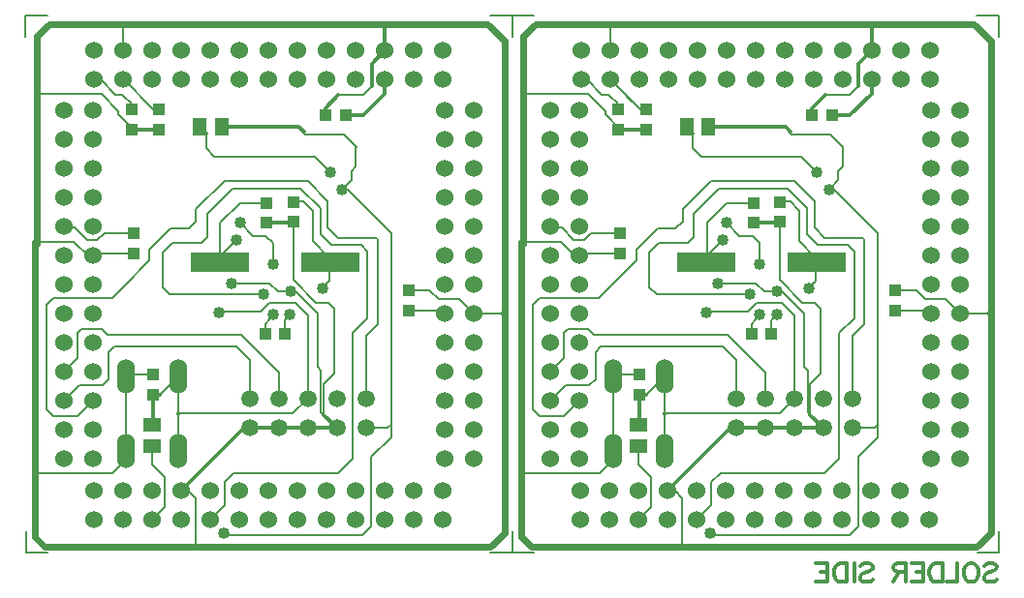
<source format=gbr>
G04 CAM350 V10.0.1 (Build 314) Date:  Fri Nov 30 16:16:42 2012 *
G04 Database: (Untitled) *
G04 Layer 2: sol *
%FSLAX23Y23*%
%MOIN*%
%SFA1.000B1.000*%

%MIA0B0*%
%IPPOS*%
%ADD16C,0.05940*%
%ADD18C,0.00800*%
%ADD19C,0.01200*%
%ADD70C,0.04000*%
%ADD71R,0.20000X0.07000*%
%ADD20C,0.02400*%
%ADD22C,0.05310*%
%ADD23R,0.04250X0.04130*%
%ADD24R,0.06300X0.05120*%
%ADD25R,0.04130X0.04250*%
%ADD27R,0.05120X0.06300*%
%ADD42C,0.06000*%
%ADD58O,0.06000X0.12000*%
%LNsol*%
%LPD*%
G54D71*
X1048Y1000D03*
X668D03*
G54D23*
X829Y1138D03*
Y1206D03*
X921Y1209D03*
Y1140D03*
X1318Y905D03*
Y836D03*
X459Y1459D03*
Y1527D03*
X363D03*
Y1458D03*
X370Y1100D03*
Y1032D03*
X438Y614D03*
Y545D03*
G54D24*
X435Y368D03*
Y443D03*
G54D25*
X823Y756D03*
X892D03*
X1031Y1507D03*
X1100D03*
G54D42*
X1136Y1631D03*
Y1731D03*
X1236D03*
Y1631D03*
X1336D03*
Y1731D03*
X1436D03*
Y1631D03*
X1440Y1524D03*
Y1424D03*
Y1324D03*
Y1224D03*
Y1124D03*
Y1024D03*
Y924D03*
Y824D03*
Y724D03*
Y624D03*
Y524D03*
Y424D03*
Y324D03*
X1540D03*
Y424D03*
Y524D03*
Y624D03*
Y724D03*
Y824D03*
Y924D03*
Y1024D03*
Y1124D03*
Y1224D03*
Y1324D03*
Y1424D03*
Y1524D03*
X1036Y1631D03*
Y1731D03*
X936D03*
Y1631D03*
X836D03*
X736D03*
Y1731D03*
X836D03*
X636D03*
Y1631D03*
X536D03*
Y1731D03*
X436D03*
Y1631D03*
X336D03*
Y1731D03*
X236D03*
Y1631D03*
X230Y1524D03*
Y1424D03*
Y1324D03*
X130D03*
Y1424D03*
Y1524D03*
Y1224D03*
Y1124D03*
Y1024D03*
Y924D03*
X230D03*
Y1024D03*
Y1124D03*
Y1224D03*
Y824D03*
Y724D03*
Y624D03*
Y524D03*
X130D03*
Y624D03*
Y724D03*
Y824D03*
Y424D03*
Y324D03*
X230D03*
Y424D03*
X234Y214D03*
Y114D03*
X334D03*
Y214D03*
X434D03*
Y114D03*
X534D03*
Y214D03*
X634D03*
Y114D03*
X734D03*
Y214D03*
X834D03*
Y114D03*
X934D03*
Y214D03*
X1034D03*
Y114D03*
X1134D03*
Y214D03*
X1234D03*
Y114D03*
X1334D03*
Y214D03*
X1434D03*
Y114D03*
G54D16*
X1170Y430D03*
Y530D03*
X1070D03*
Y430D03*
X970D03*
Y530D03*
X870D03*
Y430D03*
X770D03*
Y530D03*
G54D27*
X673Y1467D03*
X599D03*
G54D70*
X737Y1137D03*
X723Y1077D03*
X852Y995D03*
X818Y892D03*
X852Y823D03*
X909Y822D03*
X910Y900D03*
X1021Y913D03*
X707Y929D03*
X666Y828D03*
X1089Y1251D03*
X1047Y1313D03*
X682Y67D03*
G54D22*
X336Y1731D03*
G54D58*
X524Y352D03*
X346D03*
X524Y608D03*
X346D03*
G54D18*
X892Y756D03*
G54D19*
X970Y530D03*
G54D71*
X2722Y1000D03*
X2342D03*
G54D23*
X2503Y1138D03*
Y1206D03*
X2595Y1209D03*
Y1140D03*
X2992Y905D03*
Y836D03*
X2133Y1459D03*
Y1527D03*
X2037D03*
Y1458D03*
X2044Y1100D03*
Y1032D03*
X2112Y614D03*
Y545D03*
G54D24*
X2109Y368D03*
Y443D03*
G54D25*
X2497Y756D03*
X2566D03*
X2705Y1507D03*
X2774D03*
G54D42*
X2810Y1631D03*
Y1731D03*
X2910D03*
Y1631D03*
X3010D03*
Y1731D03*
X3110D03*
Y1631D03*
X3114Y1524D03*
Y1424D03*
Y1324D03*
Y1224D03*
Y1124D03*
Y1024D03*
Y924D03*
Y824D03*
Y724D03*
Y624D03*
Y524D03*
Y424D03*
Y324D03*
X3214D03*
Y424D03*
Y524D03*
Y624D03*
Y724D03*
Y824D03*
Y924D03*
Y1024D03*
Y1124D03*
Y1224D03*
Y1324D03*
Y1424D03*
Y1524D03*
X2710Y1631D03*
Y1731D03*
X2610D03*
Y1631D03*
X2510D03*
X2410D03*
Y1731D03*
X2510D03*
X2310D03*
Y1631D03*
X2210D03*
Y1731D03*
X2110D03*
Y1631D03*
X2010D03*
Y1731D03*
X1910D03*
Y1631D03*
X1904Y1524D03*
Y1424D03*
Y1324D03*
X1804D03*
Y1424D03*
Y1524D03*
Y1224D03*
Y1124D03*
Y1024D03*
Y924D03*
X1904D03*
Y1024D03*
Y1124D03*
Y1224D03*
Y824D03*
Y724D03*
Y624D03*
Y524D03*
X1804D03*
Y624D03*
Y724D03*
Y824D03*
Y424D03*
Y324D03*
X1904D03*
Y424D03*
X1908Y214D03*
Y114D03*
X2008D03*
Y214D03*
X2108D03*
Y114D03*
X2208D03*
Y214D03*
X2308D03*
Y114D03*
X2408D03*
Y214D03*
X2508D03*
Y114D03*
X2608D03*
Y214D03*
X2708D03*
Y114D03*
X2808D03*
Y214D03*
X2908D03*
Y114D03*
X3008D03*
Y214D03*
X3108D03*
Y114D03*
G54D16*
X2844Y430D03*
Y530D03*
X2744D03*
Y430D03*
X2644D03*
Y530D03*
X2544D03*
Y430D03*
X2444D03*
Y530D03*
G54D27*
X2347Y1467D03*
X2273D03*
G54D70*
X2411Y1137D03*
X2397Y1077D03*
X2526Y995D03*
X2492Y892D03*
X2526Y823D03*
X2583Y822D03*
X2584Y900D03*
X2695Y913D03*
X2381Y929D03*
X2340Y828D03*
X2763Y1251D03*
X2721Y1313D03*
X2356Y67D03*
G54D22*
X2010Y1731D03*
G54D58*
X2198Y352D03*
X2020D03*
X2198Y608D03*
X2020D03*
G54D18*
X2566Y756D03*
G54D19*
X2644Y530D03*
G54D18*
X620Y1446D02*
G01Y1395D01*
X649Y1366*
X995*
X1047Y1313*
X1089Y1251D02*
G01X1122Y1284D01*
Y1316*
X1136Y1330*
Y1398*
X1137*
X1093Y1442*
X961*
X936Y1467*
X673*
X684Y1283D02*
G01X970D01*
X1039Y1213*
Y1121*
X1075Y1085*
X1205*
X1210Y1080*
Y788*
X1170Y748*
Y530*
Y430D02*
G01X1246D01*
X1258Y443*
Y1101*
X1108Y1251*
X1089*
X1013Y1189D02*
G01Y1099D01*
X1051Y1061*
X1153*
X1176Y1038*
Y809*
X1125Y758*
Y326*
X1074Y275*
X716*
X685Y244*
Y165*
X634Y114*
X682Y67D02*
G01X688Y61D01*
X1159*
X1189Y91*
Y330*
X1258Y399*
Y443*
X1070Y430D02*
G01X1016Y484D01*
Y628*
X1003Y642*
Y825*
X930Y897*
X912*
X910Y900*
X868*
X838Y929*
X707*
X668Y1000D02*
G01Y1022D01*
X723Y1077*
X780Y1093D02*
G01X737Y1137D01*
X738Y1135*
X780Y1093D02*
G01X826D01*
X852Y1067*
Y995*
X921Y940D02*
G01X998Y863D01*
X1040*
X1062Y841*
Y618*
X1024Y581*
Y476*
X970Y530D02*
G01X919Y480D01*
X524*
Y608*
X462Y545*
X438Y614D02*
G01X352D01*
X346Y608*
Y352*
Y322*
X299Y275*
X31*
X93Y472D02*
G01X178D01*
X230Y524*
X264Y577D02*
G01X183D01*
X130Y524*
X93Y472D02*
G01X70Y495D01*
Y856*
X93Y878*
X298*
X338Y919*
X426Y1007*
Y1044*
X499Y1117*
X560*
X586Y1143*
Y1184*
X684Y1283*
X712Y1256D02*
G01X946D01*
X1013Y1189*
X987Y1179D02*
G01X956Y1210D01*
X922*
X921Y1209*
X987Y1179D02*
G01Y1074D01*
X1045Y1016*
Y1002*
Y937*
X1039Y930*
X1038*
X1021Y913*
X921Y940D02*
G01Y1140D01*
X829Y1206D02*
G01X737D01*
X669Y1138*
Y1000*
X603Y1067D02*
G01X625Y1089D01*
Y1169*
X712Y1256*
X603Y1067D02*
G01X503D01*
X471Y1035*
Y915*
X496Y890*
X816*
X818Y892*
X839Y861D02*
G01X809Y831D01*
X669*
X666Y828*
X677*
X741Y750D02*
G01X281D01*
X260Y771*
X190*
X178Y758*
Y672*
X130Y624*
X264Y577D02*
G01X286Y598D01*
Y692*
X304Y711*
X723*
X770Y664*
Y530*
X870D02*
G01Y621D01*
X741Y750*
X823Y756D02*
G01Y788D01*
X852Y823*
X839Y861D02*
G01X927D01*
X970Y818*
Y530*
X892Y756D02*
G01Y800D01*
X909Y817*
Y822*
X524Y480D02*
G01Y352D01*
X435Y304D02*
G01X477Y262D01*
Y157*
X434Y114*
X534Y214D02*
G01X559D01*
X584Y188*
Y29*
X435Y304D02*
G01Y368D01*
X370Y1032D02*
G01X237D01*
X230Y1024*
X215*
X166Y1073*
X45*
X134Y1120D02*
G01X169D01*
X212Y1077*
X246*
X270Y1100*
X370*
X371Y1459D02*
G01X319Y1510D01*
Y1522*
X261Y1580*
X45*
X236Y1630D02*
G01X257D01*
X308Y1579*
X332*
X363Y1548*
Y1527*
X395Y1571D02*
G01X439Y1527D01*
X337Y1630*
X336Y1631*
X337Y1630D02*
G01X345Y1622D01*
X439Y1527D02*
G01X459D01*
Y1459D02*
G01X371D01*
X336Y1731D02*
G01Y1813D01*
X1076Y1577D02*
G01X1161D01*
X1191Y1607*
X1236Y1584D02*
G01X1159Y1507D01*
X1236Y1582D02*
G01Y1631D01*
X1318Y905D02*
G01X1389D01*
X1420Y874*
X1492*
X1540Y824*
X1637*
X1440D02*
G01X1430Y836D01*
X1318*
G54D19*
X1048Y1000D02*
G01X1045Y1002D01*
X918Y1138D02*
G01X921Y1140D01*
X918Y1138D02*
G01X829D01*
X669Y1000D02*
G01X668D01*
X134Y1120D02*
G01X130Y1124D01*
X45Y1073D02*
G01X38Y1066D01*
X363Y1458D02*
G01X459D01*
Y1459*
X599Y1467D02*
G01X620Y1446D01*
X673Y1467D02*
G01X939D01*
X957Y1450*
X1031Y1507D02*
G01Y1532D01*
X1076Y1577*
X1100Y1507D02*
G01X1160D01*
X1236Y1582*
Y1585D02*
G01Y1633D01*
X1191Y1607D02*
G01Y1686D01*
X1236Y1731*
Y1818*
X1241Y1823*
X1159Y1507D02*
G01X1100D01*
X1637Y824D02*
G01X1647Y814D01*
X1070Y430D02*
G01X1024Y476D01*
X1070Y430D02*
G01X970D01*
X870*
X770*
X750*
X534Y214*
X584Y29D02*
G01X576Y21D01*
X435Y443D02*
G01X438Y467D01*
Y545*
X462*
X524Y480D02*
G01Y479D01*
X45Y1580D02*
G01X38Y1587D01*
X236Y1631D02*
G01Y1630D01*
X336Y1813D02*
G01X346Y1823D01*
G54D20*
X576Y21D02*
G01X1598D01*
X1647Y69*
Y814*
Y1764*
X1588Y1823*
X1241*
X346*
X80*
X38Y1782*
Y1587*
Y1066*
X31Y1073D02*
G01Y275D01*
Y55*
X66Y21*
X576*
G54D18*
X74Y1852D02*
G01X-1D01*
Y1777*
X0Y75D02*
G01Y0D01*
X75*
X1599D02*
G01X1674D01*
Y75*
X1673Y1777D02*
G01Y1852D01*
X1598*
X2294Y1446D02*
G01Y1395D01*
X2323Y1366*
X2669*
X2721Y1313*
X2763Y1251D02*
G01X2796Y1284D01*
Y1316*
X2810Y1330*
Y1398*
X2811*
X2767Y1442*
X2635*
X2610Y1467*
X2347*
X2358Y1283D02*
G01X2644D01*
X2713Y1213*
Y1121*
X2749Y1085*
X2879*
X2884Y1080*
Y788*
X2844Y748*
Y530*
Y430D02*
G01X2920D01*
X2932Y443*
Y1101*
X2782Y1251*
X2763*
X2687Y1189D02*
G01Y1099D01*
X2725Y1061*
X2827*
X2850Y1038*
Y809*
X2799Y758*
Y326*
X2748Y275*
X2390*
X2359Y244*
Y165*
X2308Y114*
X2356Y67D02*
G01X2362Y61D01*
X2833*
X2863Y91*
Y330*
X2932Y399*
Y443*
X2744Y430D02*
G01X2690Y484D01*
Y628*
X2677Y642*
Y825*
X2604Y897*
X2586*
X2584Y900*
X2542*
X2512Y929*
X2381*
X2342Y1000D02*
G01Y1022D01*
X2397Y1077*
X2454Y1093D02*
G01X2411Y1137D01*
X2412Y1135*
X2454Y1093D02*
G01X2500D01*
X2526Y1067*
Y995*
X2595Y940D02*
G01X2672Y863D01*
X2714*
X2736Y841*
Y618*
X2698Y581*
Y476*
X2644Y530D02*
G01X2593Y480D01*
X2198*
Y608*
X2136Y545*
X2112Y614D02*
G01X2026D01*
X2020Y608*
Y352*
Y322*
X1973Y275*
X1705*
X1767Y472D02*
G01X1852D01*
X1904Y524*
X1938Y577D02*
G01X1857D01*
X1804Y524*
X1767Y472D02*
G01X1744Y495D01*
Y856*
X1767Y878*
X1972*
X2012Y919*
X2100Y1007*
Y1044*
X2173Y1117*
X2234*
X2260Y1143*
Y1184*
X2358Y1283*
X2386Y1256D02*
G01X2620D01*
X2687Y1189*
X2661Y1179D02*
G01X2630Y1210D01*
X2596*
X2595Y1209*
X2661Y1179D02*
G01Y1074D01*
X2719Y1016*
Y1002*
Y937*
X2713Y930*
X2712*
X2695Y913*
X2595Y940D02*
G01Y1140D01*
X2503Y1206D02*
G01X2411D01*
X2343Y1138*
Y1000*
X2277Y1067D02*
G01X2299Y1089D01*
Y1169*
X2386Y1256*
X2277Y1067D02*
G01X2177D01*
X2145Y1035*
Y915*
X2170Y890*
X2490*
X2492Y892*
X2513Y861D02*
G01X2483Y831D01*
X2343*
X2340Y828*
X2351*
X2415Y750D02*
G01X1955D01*
X1934Y771*
X1864*
X1852Y758*
Y672*
X1804Y624*
X1938Y577D02*
G01X1960Y598D01*
Y692*
X1978Y711*
X2397*
X2444Y664*
Y530*
X2544D02*
G01Y621D01*
X2415Y750*
X2497Y756D02*
G01Y788D01*
X2526Y823*
X2513Y861D02*
G01X2601D01*
X2644Y818*
Y530*
X2566Y756D02*
G01Y800D01*
X2583Y817*
Y822*
X2198Y480D02*
G01Y352D01*
X2109Y304D02*
G01X2151Y262D01*
Y157*
X2108Y114*
X2208Y214D02*
G01X2233D01*
X2258Y188*
Y29*
X2109Y304D02*
G01Y368D01*
X2044Y1032D02*
G01X1911D01*
X1904Y1024*
X1889*
X1840Y1073*
X1719*
X1808Y1120D02*
G01X1843D01*
X1886Y1077*
X1920*
X1944Y1100*
X2044*
X2045Y1459D02*
G01X1993Y1510D01*
Y1522*
X1935Y1580*
X1719*
X1910Y1630D02*
G01X1931D01*
X1982Y1579*
X2006*
X2037Y1548*
Y1527*
X2069Y1571D02*
G01X2113Y1527D01*
X2011Y1630*
X2010Y1631*
X2011Y1630D02*
G01X2019Y1622D01*
X2113Y1527D02*
G01X2133D01*
Y1459D02*
G01X2045D01*
X2010Y1731D02*
G01Y1813D01*
X2750Y1577D02*
G01X2835D01*
X2865Y1607*
X2910Y1584D02*
G01X2833Y1507D01*
X2910Y1582D02*
G01Y1631D01*
X2992Y905D02*
G01X3063D01*
X3094Y874*
X3166*
X3214Y824*
X3311*
X3114D02*
G01X3104Y836D01*
X2992*
G54D19*
X2722Y1000D02*
G01X2719Y1002D01*
X2592Y1138D02*
G01X2595Y1140D01*
X2592Y1138D02*
G01X2503D01*
X2343Y1000D02*
G01X2342D01*
X1808Y1120D02*
G01X1804Y1124D01*
X1719Y1073D02*
G01X1712Y1066D01*
X2037Y1458D02*
G01X2133D01*
Y1459*
X2273Y1467D02*
G01X2294Y1446D01*
X2347Y1467D02*
G01X2613D01*
X2631Y1450*
X2705Y1507D02*
G01Y1532D01*
X2750Y1577*
X2774Y1507D02*
G01X2834D01*
X2910Y1582*
Y1585D02*
G01Y1633D01*
X2865Y1607D02*
G01Y1686D01*
X2910Y1731*
Y1818*
X2915Y1823*
X2833Y1507D02*
G01X2774D01*
X3311Y824D02*
G01X3321Y814D01*
X2744Y430D02*
G01X2698Y476D01*
X2744Y430D02*
G01X2644D01*
X2544*
X2444*
X2424*
X2208Y214*
X2258Y29D02*
G01X2250Y21D01*
X2109Y443D02*
G01X2112Y467D01*
Y545*
X2136*
X2198Y480D02*
G01Y479D01*
X1719Y1580D02*
G01X1712Y1587D01*
X1910Y1631D02*
G01Y1630D01*
X2010Y1813D02*
G01X2020Y1823D01*
G54D20*
X2250Y21D02*
G01X3272D01*
X3321Y69*
Y814*
Y1764*
X3262Y1823*
X2915*
X2020*
X1754*
X1712Y1782*
Y1587*
Y1066*
X1705Y1073D02*
G01Y275D01*
Y55*
X1740Y21*
X2250*
G54D18*
X1748Y1852D02*
G01X1673D01*
Y1777*
X1674Y75D02*
G01Y0D01*
X1749*
X3273D02*
G01X3348D01*
Y75*
X3347Y1777D02*
G01Y1852D01*
X3272*
G54D19*
G01X3297Y-44D02*
X3303Y-37D01*
X3313Y-34D01*
X3325D01*
X3334Y-37D01*
X3341Y-44D01*
Y-50D01*
X3338Y-56D01*
X3334Y-59D01*
X3328Y-62D01*
X3309Y-69D01*
X3303Y-72D01*
X3300Y-75D01*
X3297Y-81D01*
Y-91D01*
X3303Y-97D01*
X3313Y-100D01*
X3325D01*
X3334Y-97D01*
X3341Y-91D01*
X3259Y-34D02*
X3266Y-37D01*
X3272Y-44D01*
X3275Y-50D01*
X3278Y-59D01*
Y-75D01*
X3275Y-84D01*
X3272Y-91D01*
X3266Y-97D01*
X3259Y-100D01*
X3247D01*
X3241Y-97D01*
X3234Y-91D01*
X3231Y-84D01*
X3228Y-75D01*
Y-59D01*
X3231Y-50D01*
X3234Y-44D01*
X3241Y-37D01*
X3247Y-34D01*
X3259D01*
X3206D02*
Y-100D01*
Y-100D02*
X3169D01*
X3153Y-34D02*
Y-100D01*
Y-34D02*
X3131D01*
X3122Y-37D01*
X3116Y-44D01*
X3113Y-50D01*
X3109Y-59D01*
Y-75D01*
X3113Y-84D01*
X3116Y-91D01*
X3122Y-97D01*
X3131Y-100D01*
X3153D01*
X3088Y-34D02*
Y-100D01*
Y-34D02*
X3047D01*
X3088Y-66D02*
X3063D01*
X3088Y-100D02*
X3047D01*
X3028Y-34D02*
Y-100D01*
Y-34D02*
X3000D01*
X2991Y-37D01*
X2988Y-41D01*
X2984Y-47D01*
Y-53D01*
X2988Y-59D01*
X2991Y-62D01*
X3000Y-66D01*
X3028D01*
X3006D02*
X2984Y-100D01*
X2872Y-44D02*
X2878Y-37D01*
X2888Y-34D01*
X2900D01*
X2909Y-37D01*
X2916Y-44D01*
Y-50D01*
X2913Y-56D01*
X2909Y-59D01*
X2903Y-62D01*
X2884Y-69D01*
X2878Y-72D01*
X2875Y-75D01*
X2872Y-81D01*
Y-91D01*
X2878Y-97D01*
X2888Y-100D01*
X2900D01*
X2909Y-97D01*
X2916Y-91D01*
X2850Y-34D02*
Y-100D01*
X2825Y-34D02*
Y-100D01*
Y-34D02*
X2803D01*
X2794Y-37D01*
X2788Y-44D01*
X2784Y-50D01*
X2781Y-59D01*
Y-75D01*
X2784Y-84D01*
X2788Y-91D01*
X2794Y-97D01*
X2803Y-100D01*
X2825D01*
X2759Y-34D02*
Y-100D01*
Y-34D02*
X2719D01*
X2759Y-66D02*
X2734D01*
X2759Y-100D02*
X2719D01*
M02*

</source>
